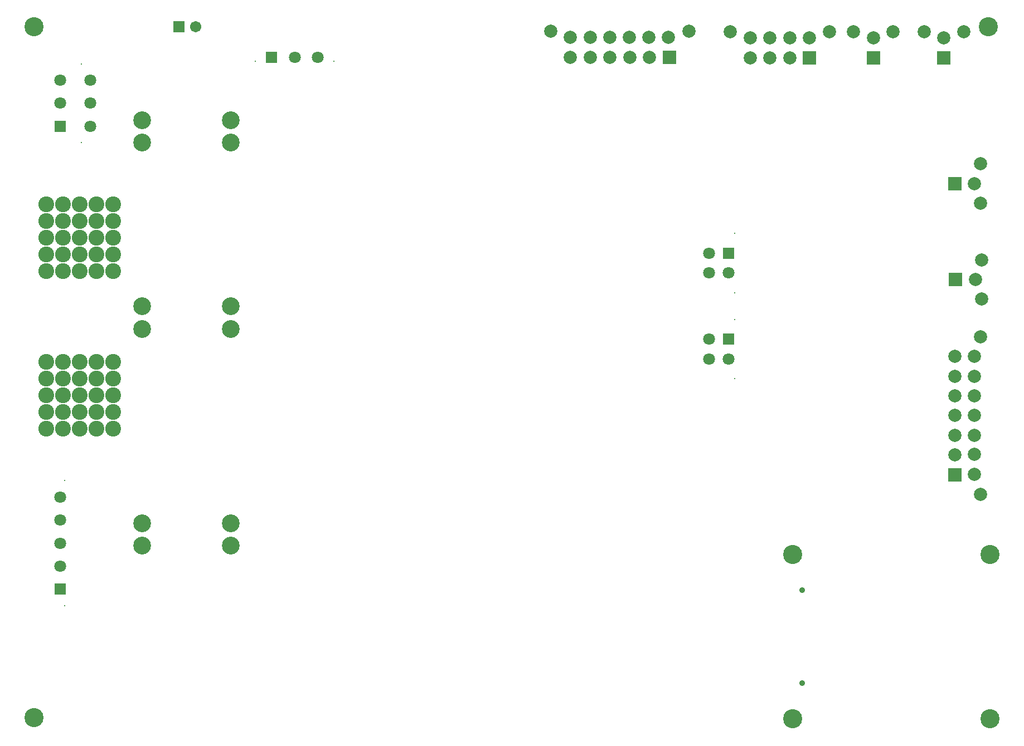
<source format=gbs>
G04*
G04 #@! TF.GenerationSoftware,Altium Limited,Altium Designer,19.1.7 (138)*
G04*
G04 Layer_Color=16711935*
%FSLAX25Y25*%
%MOIN*%
G70*
G01*
G75*
%ADD111R,0.07887X0.07887*%
%ADD112C,0.07887*%
%ADD113C,0.00800*%
%ADD114C,0.07099*%
%ADD115R,0.07099X0.07099*%
%ADD116C,0.06706*%
%ADD117R,0.06706X0.06706*%
%ADD118C,0.11430*%
%ADD119C,0.09461*%
%ADD120R,0.07099X0.07099*%
%ADD121R,0.07887X0.07887*%
%ADD122C,0.03556*%
%ADD123C,0.10642*%
D111*
X553937Y404740D02*
D03*
X511811D02*
D03*
X389764Y405135D02*
D03*
X473622Y404741D02*
D03*
D112*
X553937Y416551D02*
D03*
X542126Y420252D02*
D03*
X565748D02*
D03*
X511811Y416551D02*
D03*
X500000Y420252D02*
D03*
X523622D02*
D03*
X330709Y416946D02*
D03*
X342520D02*
D03*
X401575Y420647D02*
D03*
X318898D02*
D03*
X377953Y405135D02*
D03*
X366142D02*
D03*
X354331D02*
D03*
X330709D02*
D03*
X389370Y416946D02*
D03*
X377559D02*
D03*
X365748D02*
D03*
X342520Y405135D02*
D03*
X354331Y416946D02*
D03*
X438189Y416552D02*
D03*
X450000D02*
D03*
X461811D02*
D03*
X473622D02*
D03*
X438189Y404741D02*
D03*
X450000D02*
D03*
X461811D02*
D03*
X426378Y420253D02*
D03*
X485433D02*
D03*
X572284Y225984D02*
D03*
Y214173D02*
D03*
Y178740D02*
D03*
X560472Y202362D02*
D03*
X572284Y167323D02*
D03*
Y155512D02*
D03*
X560472Y225984D02*
D03*
Y214173D02*
D03*
Y190551D02*
D03*
Y178740D02*
D03*
Y166929D02*
D03*
X575984Y237795D02*
D03*
Y143307D02*
D03*
X572284Y190551D02*
D03*
Y202362D02*
D03*
X572835Y272047D02*
D03*
X576535Y283858D02*
D03*
Y260236D02*
D03*
X572284Y329528D02*
D03*
X575984Y341339D02*
D03*
Y317717D02*
D03*
D113*
X38110Y401181D02*
D03*
Y353937D02*
D03*
X28071Y151575D02*
D03*
Y76772D02*
D03*
X189370Y402654D02*
D03*
X142126D02*
D03*
X428898Y299606D02*
D03*
X428898Y264173D02*
D03*
X428898Y248031D02*
D03*
X428898Y212598D02*
D03*
D114*
X43701Y363779D02*
D03*
Y377559D02*
D03*
Y391339D02*
D03*
X25591D02*
D03*
Y377559D02*
D03*
Y141732D02*
D03*
Y127953D02*
D03*
Y114173D02*
D03*
Y100394D02*
D03*
X179528Y405134D02*
D03*
X165748D02*
D03*
X425197Y275984D02*
D03*
X413386D02*
D03*
Y287795D02*
D03*
X425197Y224410D02*
D03*
X413386D02*
D03*
Y236221D02*
D03*
D115*
X25591Y363779D02*
D03*
Y86614D02*
D03*
X425197Y287795D02*
D03*
Y236221D02*
D03*
D116*
X106546Y423228D02*
D03*
D117*
X96546D02*
D03*
D118*
X580709D02*
D03*
X9843D02*
D03*
Y9843D02*
D03*
X581496Y9055D02*
D03*
X463386D02*
D03*
X581496Y107480D02*
D03*
X463386D02*
D03*
D119*
X47087Y182598D02*
D03*
X37087D02*
D03*
X27087D02*
D03*
X17087D02*
D03*
X47087Y192598D02*
D03*
X37087D02*
D03*
X27087D02*
D03*
X17087D02*
D03*
X47087Y202598D02*
D03*
X37087D02*
D03*
X27087D02*
D03*
X17087D02*
D03*
X47087Y222598D02*
D03*
X37087D02*
D03*
X27087D02*
D03*
X17087D02*
D03*
X57087Y182598D02*
D03*
Y192598D02*
D03*
Y202598D02*
D03*
Y222598D02*
D03*
X17087Y212598D02*
D03*
X27087D02*
D03*
X37087D02*
D03*
X57087D02*
D03*
X47087D02*
D03*
Y277087D02*
D03*
X37087D02*
D03*
X27087D02*
D03*
X17087D02*
D03*
X47087Y287087D02*
D03*
X37087D02*
D03*
X27087D02*
D03*
X17087D02*
D03*
X47087Y297087D02*
D03*
X37087D02*
D03*
X27087D02*
D03*
X17087D02*
D03*
X47087Y317087D02*
D03*
X37087D02*
D03*
X27087D02*
D03*
X17087D02*
D03*
X57087Y277087D02*
D03*
Y287087D02*
D03*
Y297087D02*
D03*
Y317087D02*
D03*
X17087Y307087D02*
D03*
X27087D02*
D03*
X37087D02*
D03*
X57087D02*
D03*
X47087D02*
D03*
D120*
X151969Y405134D02*
D03*
D121*
X560472Y155118D02*
D03*
X561024Y272047D02*
D03*
X560472Y329528D02*
D03*
D122*
X469291Y30512D02*
D03*
Y86024D02*
D03*
D123*
X127441Y353937D02*
D03*
X74410D02*
D03*
X127441Y367323D02*
D03*
X74410D02*
D03*
X127441Y112598D02*
D03*
X74410D02*
D03*
X127441Y125984D02*
D03*
X74410D02*
D03*
X127441Y242525D02*
D03*
X74410D02*
D03*
X127441Y255910D02*
D03*
X74410D02*
D03*
M02*

</source>
